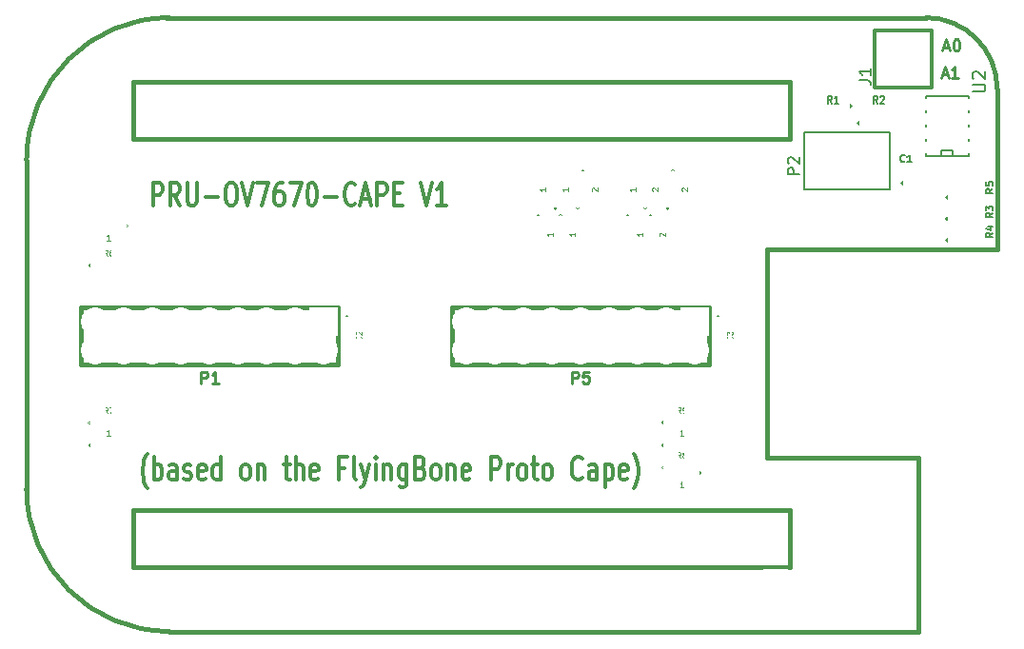
<source format=gto>
G04 (created by PCBNEW (25-Oct-2014 BZR 4029)-stable) date Sun 29 Mar 2015 05:09:11 PM EEST*
%MOIN*%
G04 Gerber Fmt 3.4, Leading zero omitted, Abs format*
%FSLAX34Y34*%
G01*
G70*
G90*
G04 APERTURE LIST*
%ADD10C,0.00590551*%
%ADD11C,0.012*%
%ADD12C,0.00985*%
%ADD13C,0.0099*%
%ADD14C,0.015*%
%ADD15C,0.008*%
%ADD16C,0.005*%
%ADD17C,0.0039*%
%ADD18C,0.006*%
%ADD19C,0.01*%
%ADD20C,0.0043*%
%ADD21R,0.08X0.08*%
%ADD22C,0.08*%
%ADD23R,0.065X0.04*%
%ADD24R,0.055X0.075*%
%ADD25C,0.2*%
%ADD26R,0.085X0.085*%
%ADD27C,0.0712*%
%ADD28R,0.1X0.1*%
%ADD29C,0.1*%
%ADD30R,0.075X0.055*%
G04 APERTURE END LIST*
G54D10*
G54D11*
X4231Y-16492D02*
X4202Y-16454D01*
X4145Y-16340D01*
X4117Y-16264D01*
X4088Y-16149D01*
X4059Y-15959D01*
X4059Y-15807D01*
X4088Y-15616D01*
X4117Y-15502D01*
X4145Y-15426D01*
X4202Y-15311D01*
X4231Y-15273D01*
X4459Y-16187D02*
X4459Y-15387D01*
X4459Y-15692D02*
X4517Y-15654D01*
X4631Y-15654D01*
X4688Y-15692D01*
X4717Y-15730D01*
X4745Y-15807D01*
X4745Y-16035D01*
X4717Y-16111D01*
X4688Y-16149D01*
X4631Y-16187D01*
X4517Y-16187D01*
X4459Y-16149D01*
X5259Y-16187D02*
X5259Y-15768D01*
X5231Y-15692D01*
X5174Y-15654D01*
X5059Y-15654D01*
X5002Y-15692D01*
X5259Y-16149D02*
X5202Y-16187D01*
X5059Y-16187D01*
X5002Y-16149D01*
X4974Y-16073D01*
X4974Y-15997D01*
X5002Y-15921D01*
X5059Y-15883D01*
X5202Y-15883D01*
X5259Y-15845D01*
X5517Y-16149D02*
X5574Y-16187D01*
X5688Y-16187D01*
X5745Y-16149D01*
X5774Y-16073D01*
X5774Y-16035D01*
X5745Y-15959D01*
X5688Y-15921D01*
X5602Y-15921D01*
X5545Y-15883D01*
X5517Y-15807D01*
X5517Y-15768D01*
X5545Y-15692D01*
X5602Y-15654D01*
X5688Y-15654D01*
X5745Y-15692D01*
X6259Y-16149D02*
X6202Y-16187D01*
X6088Y-16187D01*
X6031Y-16149D01*
X6002Y-16073D01*
X6002Y-15768D01*
X6031Y-15692D01*
X6088Y-15654D01*
X6202Y-15654D01*
X6259Y-15692D01*
X6288Y-15768D01*
X6288Y-15845D01*
X6002Y-15921D01*
X6802Y-16187D02*
X6802Y-15387D01*
X6802Y-16149D02*
X6745Y-16187D01*
X6631Y-16187D01*
X6574Y-16149D01*
X6545Y-16111D01*
X6517Y-16035D01*
X6517Y-15807D01*
X6545Y-15730D01*
X6574Y-15692D01*
X6631Y-15654D01*
X6745Y-15654D01*
X6802Y-15692D01*
X7631Y-16187D02*
X7574Y-16149D01*
X7545Y-16111D01*
X7517Y-16035D01*
X7517Y-15807D01*
X7545Y-15730D01*
X7574Y-15692D01*
X7631Y-15654D01*
X7717Y-15654D01*
X7774Y-15692D01*
X7802Y-15730D01*
X7831Y-15807D01*
X7831Y-16035D01*
X7802Y-16111D01*
X7774Y-16149D01*
X7717Y-16187D01*
X7631Y-16187D01*
X8088Y-15654D02*
X8088Y-16187D01*
X8088Y-15730D02*
X8117Y-15692D01*
X8174Y-15654D01*
X8259Y-15654D01*
X8317Y-15692D01*
X8345Y-15768D01*
X8345Y-16187D01*
X9002Y-15654D02*
X9231Y-15654D01*
X9088Y-15387D02*
X9088Y-16073D01*
X9117Y-16149D01*
X9174Y-16187D01*
X9231Y-16187D01*
X9431Y-16187D02*
X9431Y-15387D01*
X9688Y-16187D02*
X9688Y-15768D01*
X9659Y-15692D01*
X9602Y-15654D01*
X9517Y-15654D01*
X9459Y-15692D01*
X9431Y-15730D01*
X10202Y-16149D02*
X10145Y-16187D01*
X10031Y-16187D01*
X9974Y-16149D01*
X9945Y-16073D01*
X9945Y-15768D01*
X9974Y-15692D01*
X10031Y-15654D01*
X10145Y-15654D01*
X10202Y-15692D01*
X10231Y-15768D01*
X10231Y-15845D01*
X9945Y-15921D01*
X11145Y-15768D02*
X10945Y-15768D01*
X10945Y-16187D02*
X10945Y-15387D01*
X11231Y-15387D01*
X11545Y-16187D02*
X11488Y-16149D01*
X11459Y-16073D01*
X11459Y-15387D01*
X11717Y-15654D02*
X11859Y-16187D01*
X12002Y-15654D02*
X11859Y-16187D01*
X11802Y-16378D01*
X11774Y-16416D01*
X11717Y-16454D01*
X12231Y-16187D02*
X12231Y-15654D01*
X12231Y-15387D02*
X12202Y-15426D01*
X12231Y-15464D01*
X12259Y-15426D01*
X12231Y-15387D01*
X12231Y-15464D01*
X12517Y-15654D02*
X12517Y-16187D01*
X12517Y-15730D02*
X12545Y-15692D01*
X12602Y-15654D01*
X12688Y-15654D01*
X12745Y-15692D01*
X12774Y-15768D01*
X12774Y-16187D01*
X13317Y-15654D02*
X13317Y-16302D01*
X13288Y-16378D01*
X13259Y-16416D01*
X13202Y-16454D01*
X13117Y-16454D01*
X13059Y-16416D01*
X13317Y-16149D02*
X13259Y-16187D01*
X13145Y-16187D01*
X13088Y-16149D01*
X13059Y-16111D01*
X13031Y-16035D01*
X13031Y-15807D01*
X13059Y-15730D01*
X13088Y-15692D01*
X13145Y-15654D01*
X13259Y-15654D01*
X13317Y-15692D01*
X13802Y-15768D02*
X13888Y-15807D01*
X13917Y-15845D01*
X13945Y-15921D01*
X13945Y-16035D01*
X13917Y-16111D01*
X13888Y-16149D01*
X13831Y-16187D01*
X13602Y-16187D01*
X13602Y-15387D01*
X13802Y-15387D01*
X13859Y-15426D01*
X13888Y-15464D01*
X13917Y-15540D01*
X13917Y-15616D01*
X13888Y-15692D01*
X13859Y-15730D01*
X13802Y-15768D01*
X13602Y-15768D01*
X14288Y-16187D02*
X14231Y-16149D01*
X14202Y-16111D01*
X14174Y-16035D01*
X14174Y-15807D01*
X14202Y-15730D01*
X14231Y-15692D01*
X14288Y-15654D01*
X14374Y-15654D01*
X14431Y-15692D01*
X14459Y-15730D01*
X14488Y-15807D01*
X14488Y-16035D01*
X14459Y-16111D01*
X14431Y-16149D01*
X14374Y-16187D01*
X14288Y-16187D01*
X14745Y-15654D02*
X14745Y-16187D01*
X14745Y-15730D02*
X14774Y-15692D01*
X14831Y-15654D01*
X14917Y-15654D01*
X14974Y-15692D01*
X15002Y-15768D01*
X15002Y-16187D01*
X15517Y-16149D02*
X15459Y-16187D01*
X15345Y-16187D01*
X15288Y-16149D01*
X15259Y-16073D01*
X15259Y-15768D01*
X15288Y-15692D01*
X15345Y-15654D01*
X15459Y-15654D01*
X15517Y-15692D01*
X15545Y-15768D01*
X15545Y-15845D01*
X15259Y-15921D01*
X16259Y-16187D02*
X16259Y-15387D01*
X16488Y-15387D01*
X16545Y-15426D01*
X16574Y-15464D01*
X16602Y-15540D01*
X16602Y-15654D01*
X16574Y-15730D01*
X16545Y-15768D01*
X16488Y-15807D01*
X16259Y-15807D01*
X16859Y-16187D02*
X16859Y-15654D01*
X16859Y-15807D02*
X16888Y-15730D01*
X16917Y-15692D01*
X16974Y-15654D01*
X17031Y-15654D01*
X17317Y-16187D02*
X17259Y-16149D01*
X17231Y-16111D01*
X17202Y-16035D01*
X17202Y-15807D01*
X17231Y-15730D01*
X17259Y-15692D01*
X17317Y-15654D01*
X17402Y-15654D01*
X17459Y-15692D01*
X17488Y-15730D01*
X17517Y-15807D01*
X17517Y-16035D01*
X17488Y-16111D01*
X17459Y-16149D01*
X17402Y-16187D01*
X17317Y-16187D01*
X17688Y-15654D02*
X17917Y-15654D01*
X17774Y-15387D02*
X17774Y-16073D01*
X17802Y-16149D01*
X17859Y-16187D01*
X17917Y-16187D01*
X18202Y-16187D02*
X18145Y-16149D01*
X18117Y-16111D01*
X18088Y-16035D01*
X18088Y-15807D01*
X18117Y-15730D01*
X18145Y-15692D01*
X18202Y-15654D01*
X18288Y-15654D01*
X18345Y-15692D01*
X18374Y-15730D01*
X18402Y-15807D01*
X18402Y-16035D01*
X18374Y-16111D01*
X18345Y-16149D01*
X18288Y-16187D01*
X18202Y-16187D01*
X19459Y-16111D02*
X19431Y-16149D01*
X19345Y-16187D01*
X19288Y-16187D01*
X19202Y-16149D01*
X19145Y-16073D01*
X19117Y-15997D01*
X19088Y-15845D01*
X19088Y-15730D01*
X19117Y-15578D01*
X19145Y-15502D01*
X19202Y-15426D01*
X19288Y-15387D01*
X19345Y-15387D01*
X19431Y-15426D01*
X19459Y-15464D01*
X19974Y-16187D02*
X19974Y-15768D01*
X19945Y-15692D01*
X19888Y-15654D01*
X19774Y-15654D01*
X19717Y-15692D01*
X19974Y-16149D02*
X19917Y-16187D01*
X19774Y-16187D01*
X19717Y-16149D01*
X19688Y-16073D01*
X19688Y-15997D01*
X19717Y-15921D01*
X19774Y-15883D01*
X19917Y-15883D01*
X19974Y-15845D01*
X20259Y-15654D02*
X20259Y-16454D01*
X20259Y-15692D02*
X20317Y-15654D01*
X20431Y-15654D01*
X20488Y-15692D01*
X20517Y-15730D01*
X20545Y-15807D01*
X20545Y-16035D01*
X20517Y-16111D01*
X20488Y-16149D01*
X20431Y-16187D01*
X20317Y-16187D01*
X20259Y-16149D01*
X21031Y-16149D02*
X20974Y-16187D01*
X20859Y-16187D01*
X20802Y-16149D01*
X20774Y-16073D01*
X20774Y-15768D01*
X20802Y-15692D01*
X20859Y-15654D01*
X20974Y-15654D01*
X21031Y-15692D01*
X21059Y-15768D01*
X21059Y-15845D01*
X20774Y-15921D01*
X21259Y-16492D02*
X21288Y-16454D01*
X21345Y-16340D01*
X21374Y-16264D01*
X21402Y-16149D01*
X21431Y-15959D01*
X21431Y-15807D01*
X21402Y-15616D01*
X21374Y-15502D01*
X21345Y-15426D01*
X21288Y-15311D01*
X21259Y-15273D01*
X4428Y-6581D02*
X4428Y-5781D01*
X4656Y-5781D01*
X4713Y-5819D01*
X4742Y-5857D01*
X4770Y-5934D01*
X4770Y-6048D01*
X4742Y-6124D01*
X4713Y-6162D01*
X4656Y-6200D01*
X4428Y-6200D01*
X5370Y-6581D02*
X5170Y-6200D01*
X5028Y-6581D02*
X5028Y-5781D01*
X5256Y-5781D01*
X5313Y-5819D01*
X5342Y-5857D01*
X5370Y-5934D01*
X5370Y-6048D01*
X5342Y-6124D01*
X5313Y-6162D01*
X5256Y-6200D01*
X5028Y-6200D01*
X5628Y-5781D02*
X5628Y-6429D01*
X5656Y-6505D01*
X5685Y-6543D01*
X5742Y-6581D01*
X5856Y-6581D01*
X5913Y-6543D01*
X5942Y-6505D01*
X5970Y-6429D01*
X5970Y-5781D01*
X6256Y-6276D02*
X6713Y-6276D01*
X7113Y-5781D02*
X7228Y-5781D01*
X7285Y-5819D01*
X7342Y-5895D01*
X7370Y-6048D01*
X7370Y-6315D01*
X7342Y-6467D01*
X7285Y-6543D01*
X7228Y-6581D01*
X7113Y-6581D01*
X7056Y-6543D01*
X6999Y-6467D01*
X6970Y-6315D01*
X6970Y-6048D01*
X6999Y-5895D01*
X7056Y-5819D01*
X7113Y-5781D01*
X7542Y-5781D02*
X7742Y-6581D01*
X7942Y-5781D01*
X8085Y-5781D02*
X8485Y-5781D01*
X8228Y-6581D01*
X8970Y-5781D02*
X8856Y-5781D01*
X8799Y-5819D01*
X8770Y-5857D01*
X8713Y-5972D01*
X8685Y-6124D01*
X8685Y-6429D01*
X8713Y-6505D01*
X8742Y-6543D01*
X8799Y-6581D01*
X8913Y-6581D01*
X8970Y-6543D01*
X8999Y-6505D01*
X9028Y-6429D01*
X9028Y-6238D01*
X8999Y-6162D01*
X8970Y-6124D01*
X8913Y-6086D01*
X8799Y-6086D01*
X8742Y-6124D01*
X8713Y-6162D01*
X8685Y-6238D01*
X9228Y-5781D02*
X9628Y-5781D01*
X9370Y-6581D01*
X9970Y-5781D02*
X10028Y-5781D01*
X10085Y-5819D01*
X10113Y-5857D01*
X10142Y-5934D01*
X10170Y-6086D01*
X10170Y-6276D01*
X10142Y-6429D01*
X10113Y-6505D01*
X10085Y-6543D01*
X10028Y-6581D01*
X9970Y-6581D01*
X9913Y-6543D01*
X9885Y-6505D01*
X9856Y-6429D01*
X9828Y-6276D01*
X9828Y-6086D01*
X9856Y-5934D01*
X9885Y-5857D01*
X9913Y-5819D01*
X9970Y-5781D01*
X10428Y-6276D02*
X10885Y-6276D01*
X11513Y-6505D02*
X11485Y-6543D01*
X11399Y-6581D01*
X11342Y-6581D01*
X11256Y-6543D01*
X11199Y-6467D01*
X11170Y-6391D01*
X11142Y-6238D01*
X11142Y-6124D01*
X11170Y-5972D01*
X11199Y-5895D01*
X11256Y-5819D01*
X11342Y-5781D01*
X11399Y-5781D01*
X11485Y-5819D01*
X11513Y-5857D01*
X11742Y-6353D02*
X12028Y-6353D01*
X11685Y-6581D02*
X11885Y-5781D01*
X12085Y-6581D01*
X12285Y-6581D02*
X12285Y-5781D01*
X12513Y-5781D01*
X12570Y-5819D01*
X12599Y-5857D01*
X12628Y-5934D01*
X12628Y-6048D01*
X12599Y-6124D01*
X12570Y-6162D01*
X12513Y-6200D01*
X12285Y-6200D01*
X12885Y-6162D02*
X13085Y-6162D01*
X13170Y-6581D02*
X12885Y-6581D01*
X12885Y-5781D01*
X13170Y-5781D01*
X13799Y-5781D02*
X13999Y-6581D01*
X14199Y-5781D01*
X14713Y-6581D02*
X14370Y-6581D01*
X14542Y-6581D02*
X14542Y-5781D01*
X14485Y-5895D01*
X14428Y-5972D01*
X14370Y-6010D01*
G54D12*
X32068Y-1996D02*
X32256Y-1996D01*
X32031Y-2109D02*
X32162Y-1715D01*
X32293Y-2109D01*
X32631Y-2109D02*
X32406Y-2109D01*
X32518Y-2109D02*
X32518Y-1715D01*
X32481Y-1771D01*
X32443Y-1809D01*
X32406Y-1828D01*
G54D13*
G54D12*
X32114Y-1046D02*
X32304Y-1046D01*
X32076Y-1159D02*
X32209Y-765D01*
X32342Y-1159D01*
X32552Y-765D02*
X32590Y-765D01*
X32628Y-784D01*
X32647Y-803D01*
X32666Y-840D01*
X32685Y-915D01*
X32685Y-1009D01*
X32666Y-1084D01*
X32647Y-1121D01*
X32628Y-1140D01*
X32590Y-1159D01*
X32552Y-1159D01*
X32514Y-1140D01*
X32495Y-1121D01*
X32476Y-1084D01*
X32457Y-1009D01*
X32457Y-915D01*
X32476Y-840D01*
X32495Y-803D01*
X32514Y-784D01*
X32552Y-765D01*
G54D13*
G54D14*
X29174Y0D02*
X5262Y0D01*
X9200Y-21500D02*
X9250Y-21500D01*
X5066Y-21500D02*
X28651Y-21500D01*
X31250Y-15400D02*
X25950Y-15400D01*
X31250Y-21500D02*
X28500Y-21500D01*
X31250Y-21500D02*
X31250Y-15450D01*
X5250Y0D02*
X4900Y0D01*
X25200Y0D02*
X27250Y0D01*
X27250Y-21500D02*
X25250Y-21500D01*
X5000Y-21500D02*
X5250Y-21500D01*
X27250Y-21500D02*
X28500Y-21500D01*
X27250Y0D02*
X28500Y0D01*
X25950Y-8100D02*
X25950Y-15400D01*
X34000Y-8100D02*
X25950Y-8100D01*
X34000Y-7900D02*
X34000Y-8100D01*
X28400Y0D02*
X31500Y0D01*
X0Y-5000D02*
X0Y-16500D01*
X34000Y-2500D02*
X34000Y-7950D01*
X34000Y-2500D02*
G75*
G03X31500Y0I-2500J0D01*
G74*
G01*
X0Y-16500D02*
G75*
G03X5000Y-21500I5000J0D01*
G74*
G01*
X5000Y0D02*
G75*
G03X0Y-5000I0J-5000D01*
G74*
G01*
X3750Y-4250D02*
X3750Y-2250D01*
X3750Y-2250D02*
X6850Y-2250D01*
X6750Y-4250D02*
X3750Y-4250D01*
X6750Y-2250D02*
X26750Y-2250D01*
X6750Y-4250D02*
X26750Y-4250D01*
X26750Y-4250D02*
X26750Y-2250D01*
X3750Y-19250D02*
X3750Y-17250D01*
X3750Y-17250D02*
X6850Y-17250D01*
X6750Y-19250D02*
X3750Y-19250D01*
X6750Y-17250D02*
X26750Y-17250D01*
X6750Y-19250D02*
X26750Y-19250D01*
X26750Y-19250D02*
X26750Y-17250D01*
G54D15*
X27250Y-4000D02*
X30250Y-4000D01*
X30250Y-6000D02*
X27250Y-6000D01*
X27250Y-6000D02*
X27250Y-4000D01*
X30250Y-4000D02*
X30250Y-6000D01*
G54D16*
X32950Y-4850D02*
X33000Y-4850D01*
X33000Y-4850D02*
X33000Y-2750D01*
X31500Y-2750D02*
X31500Y-4850D01*
X31500Y-4850D02*
X32950Y-4850D01*
X32050Y-4850D02*
X32050Y-4650D01*
X32050Y-4650D02*
X32450Y-4650D01*
X32450Y-4650D02*
X32450Y-4850D01*
X31500Y-2750D02*
X33000Y-2750D01*
X30750Y-5800D02*
G75*
G03X30750Y-5800I-50J0D01*
G74*
G01*
X31150Y-5800D02*
X30750Y-5800D01*
X30750Y-5800D02*
X30750Y-5200D01*
X30750Y-5200D02*
X31150Y-5200D01*
X31550Y-5200D02*
X31950Y-5200D01*
X31950Y-5200D02*
X31950Y-5800D01*
X31950Y-5800D02*
X31550Y-5800D01*
X28900Y-3100D02*
G75*
G03X28900Y-3100I-50J0D01*
G74*
G01*
X28400Y-3100D02*
X28800Y-3100D01*
X28800Y-3100D02*
X28800Y-3700D01*
X28800Y-3700D02*
X28400Y-3700D01*
X28000Y-3700D02*
X27600Y-3700D01*
X27600Y-3700D02*
X27600Y-3100D01*
X27600Y-3100D02*
X28000Y-3100D01*
X29200Y-3700D02*
G75*
G03X29200Y-3700I-50J0D01*
G74*
G01*
X29600Y-3700D02*
X29200Y-3700D01*
X29200Y-3700D02*
X29200Y-3100D01*
X29200Y-3100D02*
X29600Y-3100D01*
X30000Y-3100D02*
X30400Y-3100D01*
X30400Y-3100D02*
X30400Y-3700D01*
X30400Y-3700D02*
X30000Y-3700D01*
X32300Y-7050D02*
G75*
G03X32300Y-7050I-50J0D01*
G74*
G01*
X32700Y-7050D02*
X32300Y-7050D01*
X32300Y-7050D02*
X32300Y-6450D01*
X32300Y-6450D02*
X32700Y-6450D01*
X33100Y-6450D02*
X33500Y-6450D01*
X33500Y-6450D02*
X33500Y-7050D01*
X33500Y-7050D02*
X33100Y-7050D01*
X32300Y-7800D02*
G75*
G03X32300Y-7800I-50J0D01*
G74*
G01*
X32700Y-7800D02*
X32300Y-7800D01*
X32300Y-7800D02*
X32300Y-7200D01*
X32300Y-7200D02*
X32700Y-7200D01*
X33100Y-7200D02*
X33500Y-7200D01*
X33500Y-7200D02*
X33500Y-7800D01*
X33500Y-7800D02*
X33100Y-7800D01*
X32300Y-6300D02*
G75*
G03X32300Y-6300I-50J0D01*
G74*
G01*
X32700Y-6300D02*
X32300Y-6300D01*
X32300Y-6300D02*
X32300Y-5700D01*
X32300Y-5700D02*
X32700Y-5700D01*
X33100Y-5700D02*
X33500Y-5700D01*
X33500Y-5700D02*
X33500Y-6300D01*
X33500Y-6300D02*
X33100Y-6300D01*
G54D11*
X29700Y-2450D02*
X29700Y-450D01*
X29700Y-450D02*
X31700Y-450D01*
X31700Y-450D02*
X31700Y-2450D01*
X31700Y-2450D02*
X29700Y-2450D01*
G54D14*
X5000Y-21500D02*
X31250Y-21500D01*
X31250Y-15400D02*
X25950Y-15400D01*
X31250Y-21500D02*
X31250Y-15400D01*
X34000Y-8100D02*
X34000Y-3000D01*
X34000Y-8100D02*
X25950Y-8100D01*
X25950Y-8100D02*
X25950Y-15400D01*
X34000Y-2500D02*
X34000Y-3000D01*
X5000Y0D02*
X31500Y0D01*
X0Y-5000D02*
X0Y-16500D01*
X5000Y0D02*
G75*
G03X0Y-5000I0J-5000D01*
G74*
G01*
X0Y-16500D02*
G75*
G03X5000Y-21500I5000J0D01*
G74*
G01*
X34000Y-2500D02*
G75*
G03X31500Y0I-2500J0D01*
G74*
G01*
X10907Y-10139D02*
X1907Y-10139D01*
X1907Y-12139D02*
X10907Y-12139D01*
X10907Y-12139D02*
X10907Y-10139D01*
X1907Y-10139D02*
X1907Y-12139D01*
X23899Y-10139D02*
X14899Y-10139D01*
X14899Y-12139D02*
X23899Y-12139D01*
X23899Y-12139D02*
X23899Y-10139D01*
X14899Y-10139D02*
X14899Y-12139D01*
G54D17*
X2263Y-14195D02*
G75*
G03X2263Y-14195I-50J0D01*
G74*
G01*
X2663Y-14195D02*
X2263Y-14195D01*
X2263Y-14195D02*
X2263Y-13595D01*
X2263Y-13595D02*
X2663Y-13595D01*
X3063Y-13595D02*
X3463Y-13595D01*
X3463Y-13595D02*
X3463Y-14195D01*
X3463Y-14195D02*
X3063Y-14195D01*
X2263Y-8683D02*
G75*
G03X2263Y-8683I-50J0D01*
G74*
G01*
X2663Y-8683D02*
X2263Y-8683D01*
X2263Y-8683D02*
X2263Y-8083D01*
X2263Y-8083D02*
X2663Y-8083D01*
X3063Y-8083D02*
X3463Y-8083D01*
X3463Y-8083D02*
X3463Y-8683D01*
X3463Y-8683D02*
X3063Y-8683D01*
X22342Y-15770D02*
G75*
G03X22342Y-15770I-50J0D01*
G74*
G01*
X22742Y-15770D02*
X22342Y-15770D01*
X22342Y-15770D02*
X22342Y-15170D01*
X22342Y-15170D02*
X22742Y-15170D01*
X23142Y-15170D02*
X23542Y-15170D01*
X23542Y-15170D02*
X23542Y-15770D01*
X23542Y-15770D02*
X23142Y-15770D01*
X22342Y-14195D02*
G75*
G03X22342Y-14195I-50J0D01*
G74*
G01*
X22742Y-14195D02*
X22342Y-14195D01*
X22342Y-14195D02*
X22342Y-13595D01*
X22342Y-13595D02*
X22742Y-13595D01*
X23142Y-13595D02*
X23542Y-13595D01*
X23542Y-13595D02*
X23542Y-14195D01*
X23542Y-14195D02*
X23142Y-14195D01*
X3563Y-7296D02*
G75*
G03X3563Y-7296I-50J0D01*
G74*
G01*
X3063Y-7296D02*
X3463Y-7296D01*
X3463Y-7296D02*
X3463Y-7896D01*
X3463Y-7896D02*
X3063Y-7896D01*
X2663Y-7896D02*
X2263Y-7896D01*
X2263Y-7896D02*
X2263Y-7296D01*
X2263Y-7296D02*
X2663Y-7296D01*
X2263Y-14983D02*
G75*
G03X2263Y-14983I-50J0D01*
G74*
G01*
X2663Y-14983D02*
X2263Y-14983D01*
X2263Y-14983D02*
X2263Y-14383D01*
X2263Y-14383D02*
X2663Y-14383D01*
X3063Y-14383D02*
X3463Y-14383D01*
X3463Y-14383D02*
X3463Y-14983D01*
X3463Y-14983D02*
X3063Y-14983D01*
X23642Y-15957D02*
G75*
G03X23642Y-15957I-50J0D01*
G74*
G01*
X23142Y-15957D02*
X23542Y-15957D01*
X23542Y-15957D02*
X23542Y-16557D01*
X23542Y-16557D02*
X23142Y-16557D01*
X22742Y-16557D02*
X22342Y-16557D01*
X22342Y-16557D02*
X22342Y-15957D01*
X22342Y-15957D02*
X22742Y-15957D01*
X22342Y-14983D02*
G75*
G03X22342Y-14983I-50J0D01*
G74*
G01*
X22742Y-14983D02*
X22342Y-14983D01*
X22342Y-14983D02*
X22342Y-14383D01*
X22342Y-14383D02*
X22742Y-14383D01*
X23142Y-14383D02*
X23542Y-14383D01*
X23542Y-14383D02*
X23542Y-14983D01*
X23542Y-14983D02*
X23142Y-14983D01*
X21905Y-6946D02*
G75*
G03X21905Y-6946I-50J0D01*
G74*
G01*
X21855Y-7396D02*
X21855Y-6996D01*
X21855Y-6996D02*
X22455Y-6996D01*
X22455Y-6996D02*
X22455Y-7396D01*
X22455Y-7796D02*
X22455Y-8196D01*
X22455Y-8196D02*
X21855Y-8196D01*
X21855Y-8196D02*
X21855Y-7796D01*
X22505Y-6671D02*
G75*
G03X22505Y-6671I-50J0D01*
G74*
G01*
X22455Y-6221D02*
X22455Y-6621D01*
X22455Y-6621D02*
X21855Y-6621D01*
X21855Y-6621D02*
X21855Y-6221D01*
X21855Y-5821D02*
X21855Y-5421D01*
X21855Y-5421D02*
X22455Y-5421D01*
X22455Y-5421D02*
X22455Y-5821D01*
X19355Y-6671D02*
G75*
G03X19355Y-6671I-50J0D01*
G74*
G01*
X19305Y-6221D02*
X19305Y-6621D01*
X19305Y-6621D02*
X18705Y-6621D01*
X18705Y-6621D02*
X18705Y-6221D01*
X18705Y-5821D02*
X18705Y-5421D01*
X18705Y-5421D02*
X19305Y-5421D01*
X19305Y-5421D02*
X19305Y-5821D01*
X18755Y-6946D02*
G75*
G03X18755Y-6946I-50J0D01*
G74*
G01*
X18705Y-7396D02*
X18705Y-6996D01*
X18705Y-6996D02*
X19305Y-6996D01*
X19305Y-6996D02*
X19305Y-7396D01*
X19305Y-7796D02*
X19305Y-8196D01*
X19305Y-8196D02*
X18705Y-8196D01*
X18705Y-8196D02*
X18705Y-7796D01*
X21717Y-6671D02*
G75*
G03X21717Y-6671I-50J0D01*
G74*
G01*
X21667Y-6221D02*
X21667Y-6621D01*
X21667Y-6621D02*
X21067Y-6621D01*
X21067Y-6621D02*
X21067Y-6221D01*
X21067Y-5821D02*
X21067Y-5421D01*
X21067Y-5421D02*
X21667Y-5421D01*
X21667Y-5421D02*
X21667Y-5821D01*
X21117Y-6946D02*
G75*
G03X21117Y-6946I-50J0D01*
G74*
G01*
X21067Y-7396D02*
X21067Y-6996D01*
X21067Y-6996D02*
X21667Y-6996D01*
X21667Y-6996D02*
X21667Y-7396D01*
X21667Y-7796D02*
X21667Y-8196D01*
X21667Y-8196D02*
X21067Y-8196D01*
X21067Y-8196D02*
X21067Y-7796D01*
X17968Y-6946D02*
G75*
G03X17968Y-6946I-50J0D01*
G74*
G01*
X17918Y-7396D02*
X17918Y-6996D01*
X17918Y-6996D02*
X18518Y-6996D01*
X18518Y-6996D02*
X18518Y-7396D01*
X18518Y-7796D02*
X18518Y-8196D01*
X18518Y-8196D02*
X17918Y-8196D01*
X17918Y-8196D02*
X17918Y-7796D01*
X18568Y-6671D02*
G75*
G03X18568Y-6671I-50J0D01*
G74*
G01*
X18518Y-6221D02*
X18518Y-6621D01*
X18518Y-6621D02*
X17918Y-6621D01*
X17918Y-6621D02*
X17918Y-6221D01*
X17918Y-5821D02*
X17918Y-5421D01*
X17918Y-5421D02*
X18518Y-5421D01*
X18518Y-5421D02*
X18518Y-5821D01*
X11275Y-10489D02*
G75*
G03X11275Y-10489I-50J0D01*
G74*
G01*
X11225Y-10939D02*
X11225Y-10539D01*
X11225Y-10539D02*
X11825Y-10539D01*
X11825Y-10539D02*
X11825Y-10939D01*
X11825Y-11339D02*
X11825Y-11739D01*
X11825Y-11739D02*
X11225Y-11739D01*
X11225Y-11739D02*
X11225Y-11339D01*
X24267Y-10489D02*
G75*
G03X24267Y-10489I-50J0D01*
G74*
G01*
X24217Y-10939D02*
X24217Y-10539D01*
X24217Y-10539D02*
X24817Y-10539D01*
X24817Y-10539D02*
X24817Y-10939D01*
X24817Y-11339D02*
X24817Y-11739D01*
X24817Y-11739D02*
X24217Y-11739D01*
X24217Y-11739D02*
X24217Y-11339D01*
X19542Y-5371D02*
G75*
G03X19542Y-5371I-50J0D01*
G74*
G01*
X19492Y-5821D02*
X19492Y-5421D01*
X19492Y-5421D02*
X20092Y-5421D01*
X20092Y-5421D02*
X20092Y-5821D01*
X20092Y-6221D02*
X20092Y-6621D01*
X20092Y-6621D02*
X19492Y-6621D01*
X19492Y-6621D02*
X19492Y-6221D01*
X22692Y-5371D02*
G75*
G03X22692Y-5371I-50J0D01*
G74*
G01*
X22642Y-5821D02*
X22642Y-5421D01*
X22642Y-5421D02*
X23242Y-5421D01*
X23242Y-5421D02*
X23242Y-5821D01*
X23242Y-6221D02*
X23242Y-6621D01*
X23242Y-6621D02*
X22642Y-6621D01*
X22642Y-6621D02*
X22642Y-6221D01*
G54D15*
X27061Y-5495D02*
X26661Y-5495D01*
X26661Y-5342D01*
X26680Y-5304D01*
X26700Y-5285D01*
X26738Y-5266D01*
X26795Y-5266D01*
X26833Y-5285D01*
X26852Y-5304D01*
X26871Y-5342D01*
X26871Y-5495D01*
X26700Y-5114D02*
X26680Y-5095D01*
X26661Y-5057D01*
X26661Y-4961D01*
X26680Y-4923D01*
X26700Y-4904D01*
X26738Y-4885D01*
X26776Y-4885D01*
X26833Y-4904D01*
X27061Y-5133D01*
X27061Y-4885D01*
G54D18*
X33132Y-2592D02*
X33496Y-2592D01*
X33539Y-2571D01*
X33560Y-2550D01*
X33582Y-2507D01*
X33582Y-2421D01*
X33560Y-2378D01*
X33539Y-2357D01*
X33496Y-2335D01*
X33132Y-2335D01*
X33175Y-2142D02*
X33153Y-2121D01*
X33132Y-2078D01*
X33132Y-1971D01*
X33153Y-1928D01*
X33175Y-1907D01*
X33217Y-1885D01*
X33260Y-1885D01*
X33325Y-1907D01*
X33582Y-2164D01*
X33582Y-1885D01*
G54D16*
X30758Y-5027D02*
X30746Y-5039D01*
X30710Y-5051D01*
X30686Y-5051D01*
X30651Y-5039D01*
X30627Y-5015D01*
X30615Y-4991D01*
X30603Y-4944D01*
X30603Y-4908D01*
X30615Y-4860D01*
X30627Y-4836D01*
X30651Y-4813D01*
X30686Y-4801D01*
X30710Y-4801D01*
X30746Y-4813D01*
X30758Y-4825D01*
X30996Y-5051D02*
X30853Y-5051D01*
X30925Y-5051D02*
X30925Y-4801D01*
X30901Y-4836D01*
X30877Y-4860D01*
X30853Y-4872D01*
X28208Y-3001D02*
X28125Y-2882D01*
X28065Y-3001D02*
X28065Y-2751D01*
X28160Y-2751D01*
X28184Y-2763D01*
X28196Y-2775D01*
X28208Y-2798D01*
X28208Y-2834D01*
X28196Y-2858D01*
X28184Y-2870D01*
X28160Y-2882D01*
X28065Y-2882D01*
X28446Y-3001D02*
X28303Y-3001D01*
X28375Y-3001D02*
X28375Y-2751D01*
X28351Y-2786D01*
X28327Y-2810D01*
X28303Y-2822D01*
X29808Y-3001D02*
X29725Y-2882D01*
X29665Y-3001D02*
X29665Y-2751D01*
X29760Y-2751D01*
X29784Y-2763D01*
X29796Y-2775D01*
X29808Y-2798D01*
X29808Y-2834D01*
X29796Y-2858D01*
X29784Y-2870D01*
X29760Y-2882D01*
X29665Y-2882D01*
X29903Y-2775D02*
X29915Y-2763D01*
X29939Y-2751D01*
X29998Y-2751D01*
X30022Y-2763D01*
X30034Y-2775D01*
X30046Y-2798D01*
X30046Y-2822D01*
X30034Y-2858D01*
X29891Y-3001D01*
X30046Y-3001D01*
X33851Y-6841D02*
X33732Y-6925D01*
X33851Y-6984D02*
X33601Y-6984D01*
X33601Y-6889D01*
X33613Y-6865D01*
X33625Y-6853D01*
X33648Y-6841D01*
X33684Y-6841D01*
X33708Y-6853D01*
X33720Y-6865D01*
X33732Y-6889D01*
X33732Y-6984D01*
X33601Y-6758D02*
X33601Y-6603D01*
X33696Y-6686D01*
X33696Y-6651D01*
X33708Y-6627D01*
X33720Y-6615D01*
X33744Y-6603D01*
X33803Y-6603D01*
X33827Y-6615D01*
X33839Y-6627D01*
X33851Y-6651D01*
X33851Y-6722D01*
X33839Y-6746D01*
X33827Y-6758D01*
X33851Y-7541D02*
X33732Y-7625D01*
X33851Y-7684D02*
X33601Y-7684D01*
X33601Y-7589D01*
X33613Y-7565D01*
X33625Y-7553D01*
X33648Y-7541D01*
X33684Y-7541D01*
X33708Y-7553D01*
X33720Y-7565D01*
X33732Y-7589D01*
X33732Y-7684D01*
X33684Y-7327D02*
X33851Y-7327D01*
X33589Y-7386D02*
X33767Y-7446D01*
X33767Y-7291D01*
X33851Y-5991D02*
X33732Y-6075D01*
X33851Y-6134D02*
X33601Y-6134D01*
X33601Y-6039D01*
X33613Y-6015D01*
X33625Y-6003D01*
X33648Y-5991D01*
X33684Y-5991D01*
X33708Y-6003D01*
X33720Y-6015D01*
X33732Y-6039D01*
X33732Y-6134D01*
X33601Y-5765D02*
X33601Y-5884D01*
X33720Y-5896D01*
X33708Y-5884D01*
X33696Y-5860D01*
X33696Y-5801D01*
X33708Y-5777D01*
X33720Y-5765D01*
X33744Y-5753D01*
X33803Y-5753D01*
X33827Y-5765D01*
X33839Y-5777D01*
X33851Y-5801D01*
X33851Y-5860D01*
X33839Y-5884D01*
X33827Y-5896D01*
G54D15*
X29161Y-2183D02*
X29447Y-2183D01*
X29504Y-2202D01*
X29542Y-2240D01*
X29561Y-2297D01*
X29561Y-2335D01*
X29561Y-1783D02*
X29561Y-2011D01*
X29561Y-1897D02*
X29161Y-1897D01*
X29219Y-1935D01*
X29257Y-1973D01*
X29276Y-2011D01*
G54D19*
X6111Y-12801D02*
X6111Y-12401D01*
X6264Y-12401D01*
X6302Y-12420D01*
X6321Y-12439D01*
X6340Y-12477D01*
X6340Y-12535D01*
X6321Y-12573D01*
X6302Y-12592D01*
X6264Y-12611D01*
X6111Y-12611D01*
X6721Y-12801D02*
X6492Y-12801D01*
X6607Y-12801D02*
X6607Y-12401D01*
X6568Y-12458D01*
X6530Y-12496D01*
X6492Y-12515D01*
X19103Y-12801D02*
X19103Y-12401D01*
X19256Y-12401D01*
X19294Y-12420D01*
X19313Y-12439D01*
X19332Y-12477D01*
X19332Y-12535D01*
X19313Y-12573D01*
X19294Y-12592D01*
X19256Y-12611D01*
X19103Y-12611D01*
X19694Y-12401D02*
X19503Y-12401D01*
X19484Y-12592D01*
X19503Y-12573D01*
X19542Y-12554D01*
X19637Y-12554D01*
X19675Y-12573D01*
X19694Y-12592D01*
X19713Y-12630D01*
X19713Y-12725D01*
X19694Y-12763D01*
X19675Y-12782D01*
X19637Y-12801D01*
X19542Y-12801D01*
X19503Y-12782D01*
X19484Y-12763D01*
G54D20*
X2830Y-13850D02*
X2765Y-13756D01*
X2718Y-13850D02*
X2718Y-13653D01*
X2793Y-13653D01*
X2812Y-13662D01*
X2821Y-13672D01*
X2830Y-13690D01*
X2830Y-13719D01*
X2821Y-13737D01*
X2812Y-13747D01*
X2793Y-13756D01*
X2718Y-13756D01*
X2896Y-13653D02*
X3027Y-13653D01*
X2943Y-13850D01*
X2830Y-8338D02*
X2765Y-8244D01*
X2718Y-8338D02*
X2718Y-8141D01*
X2793Y-8141D01*
X2812Y-8150D01*
X2821Y-8160D01*
X2830Y-8179D01*
X2830Y-8207D01*
X2821Y-8226D01*
X2812Y-8235D01*
X2793Y-8244D01*
X2718Y-8244D01*
X2999Y-8141D02*
X2962Y-8141D01*
X2943Y-8150D01*
X2934Y-8160D01*
X2915Y-8188D01*
X2905Y-8226D01*
X2905Y-8301D01*
X2915Y-8319D01*
X2924Y-8329D01*
X2943Y-8338D01*
X2981Y-8338D01*
X2999Y-8329D01*
X3009Y-8319D01*
X3018Y-8301D01*
X3018Y-8254D01*
X3009Y-8235D01*
X2999Y-8226D01*
X2981Y-8216D01*
X2943Y-8216D01*
X2924Y-8226D01*
X2915Y-8235D01*
X2905Y-8254D01*
X22909Y-15425D02*
X22844Y-15331D01*
X22797Y-15425D02*
X22797Y-15228D01*
X22872Y-15228D01*
X22890Y-15237D01*
X22900Y-15246D01*
X22909Y-15265D01*
X22909Y-15293D01*
X22900Y-15312D01*
X22890Y-15322D01*
X22872Y-15331D01*
X22797Y-15331D01*
X23022Y-15312D02*
X23003Y-15303D01*
X22994Y-15293D01*
X22984Y-15275D01*
X22984Y-15265D01*
X22994Y-15246D01*
X23003Y-15237D01*
X23022Y-15228D01*
X23059Y-15228D01*
X23078Y-15237D01*
X23087Y-15246D01*
X23097Y-15265D01*
X23097Y-15275D01*
X23087Y-15293D01*
X23078Y-15303D01*
X23059Y-15312D01*
X23022Y-15312D01*
X23003Y-15322D01*
X22994Y-15331D01*
X22984Y-15350D01*
X22984Y-15387D01*
X22994Y-15406D01*
X23003Y-15415D01*
X23022Y-15425D01*
X23059Y-15425D01*
X23078Y-15415D01*
X23087Y-15406D01*
X23097Y-15387D01*
X23097Y-15350D01*
X23087Y-15331D01*
X23078Y-15322D01*
X23059Y-15312D01*
X22909Y-13850D02*
X22844Y-13756D01*
X22797Y-13850D02*
X22797Y-13653D01*
X22872Y-13653D01*
X22890Y-13662D01*
X22900Y-13672D01*
X22909Y-13690D01*
X22909Y-13719D01*
X22900Y-13737D01*
X22890Y-13747D01*
X22872Y-13756D01*
X22797Y-13756D01*
X23003Y-13850D02*
X23041Y-13850D01*
X23059Y-13841D01*
X23069Y-13831D01*
X23087Y-13803D01*
X23097Y-13765D01*
X23097Y-13690D01*
X23087Y-13672D01*
X23078Y-13662D01*
X23059Y-13653D01*
X23022Y-13653D01*
X23003Y-13662D01*
X22994Y-13672D01*
X22984Y-13690D01*
X22984Y-13737D01*
X22994Y-13756D01*
X23003Y-13765D01*
X23022Y-13775D01*
X23059Y-13775D01*
X23078Y-13765D01*
X23087Y-13756D01*
X23097Y-13737D01*
X2737Y-7801D02*
X2671Y-7707D01*
X2624Y-7801D02*
X2624Y-7604D01*
X2699Y-7604D01*
X2718Y-7613D01*
X2727Y-7622D01*
X2737Y-7641D01*
X2737Y-7669D01*
X2727Y-7688D01*
X2718Y-7698D01*
X2699Y-7707D01*
X2624Y-7707D01*
X2924Y-7801D02*
X2812Y-7801D01*
X2868Y-7801D02*
X2868Y-7604D01*
X2849Y-7632D01*
X2830Y-7651D01*
X2812Y-7660D01*
X3046Y-7604D02*
X3065Y-7604D01*
X3084Y-7613D01*
X3093Y-7622D01*
X3102Y-7641D01*
X3112Y-7679D01*
X3112Y-7726D01*
X3102Y-7763D01*
X3093Y-7782D01*
X3084Y-7791D01*
X3065Y-7801D01*
X3046Y-7801D01*
X3027Y-7791D01*
X3018Y-7782D01*
X3009Y-7763D01*
X2999Y-7726D01*
X2999Y-7679D01*
X3009Y-7641D01*
X3018Y-7622D01*
X3027Y-7613D01*
X3046Y-7604D01*
X2737Y-14637D02*
X2671Y-14543D01*
X2624Y-14637D02*
X2624Y-14440D01*
X2699Y-14440D01*
X2718Y-14450D01*
X2727Y-14459D01*
X2737Y-14478D01*
X2737Y-14506D01*
X2727Y-14525D01*
X2718Y-14534D01*
X2699Y-14543D01*
X2624Y-14543D01*
X2924Y-14637D02*
X2812Y-14637D01*
X2868Y-14637D02*
X2868Y-14440D01*
X2849Y-14468D01*
X2830Y-14487D01*
X2812Y-14497D01*
X3112Y-14637D02*
X2999Y-14637D01*
X3056Y-14637D02*
X3056Y-14440D01*
X3037Y-14468D01*
X3018Y-14487D01*
X2999Y-14497D01*
X22815Y-16462D02*
X22750Y-16368D01*
X22703Y-16462D02*
X22703Y-16265D01*
X22778Y-16265D01*
X22797Y-16274D01*
X22806Y-16284D01*
X22815Y-16303D01*
X22815Y-16331D01*
X22806Y-16350D01*
X22797Y-16359D01*
X22778Y-16368D01*
X22703Y-16368D01*
X23003Y-16462D02*
X22890Y-16462D01*
X22947Y-16462D02*
X22947Y-16265D01*
X22928Y-16293D01*
X22909Y-16312D01*
X22890Y-16321D01*
X23078Y-16284D02*
X23087Y-16274D01*
X23106Y-16265D01*
X23153Y-16265D01*
X23172Y-16274D01*
X23181Y-16284D01*
X23191Y-16303D01*
X23191Y-16321D01*
X23181Y-16350D01*
X23069Y-16462D01*
X23191Y-16462D01*
X22815Y-14637D02*
X22750Y-14543D01*
X22703Y-14637D02*
X22703Y-14440D01*
X22778Y-14440D01*
X22797Y-14450D01*
X22806Y-14459D01*
X22815Y-14478D01*
X22815Y-14506D01*
X22806Y-14525D01*
X22797Y-14534D01*
X22778Y-14543D01*
X22703Y-14543D01*
X23003Y-14637D02*
X22890Y-14637D01*
X22947Y-14637D02*
X22947Y-14440D01*
X22928Y-14468D01*
X22909Y-14487D01*
X22890Y-14497D01*
X23069Y-14440D02*
X23191Y-14440D01*
X23125Y-14515D01*
X23153Y-14515D01*
X23172Y-14525D01*
X23181Y-14534D01*
X23191Y-14553D01*
X23191Y-14600D01*
X23181Y-14619D01*
X23172Y-14628D01*
X23153Y-14637D01*
X23097Y-14637D01*
X23078Y-14628D01*
X23069Y-14619D01*
X22359Y-7723D02*
X22266Y-7788D01*
X22359Y-7835D02*
X22162Y-7835D01*
X22162Y-7760D01*
X22172Y-7741D01*
X22181Y-7732D01*
X22200Y-7723D01*
X22228Y-7723D01*
X22247Y-7732D01*
X22256Y-7741D01*
X22266Y-7760D01*
X22266Y-7835D01*
X22181Y-7648D02*
X22172Y-7638D01*
X22162Y-7619D01*
X22162Y-7573D01*
X22172Y-7554D01*
X22181Y-7544D01*
X22200Y-7535D01*
X22219Y-7535D01*
X22247Y-7544D01*
X22359Y-7657D01*
X22359Y-7535D01*
X22359Y-7347D02*
X22359Y-7460D01*
X22359Y-7404D02*
X22162Y-7404D01*
X22190Y-7422D01*
X22209Y-7441D01*
X22219Y-7460D01*
X22109Y-6148D02*
X22016Y-6213D01*
X22109Y-6260D02*
X21912Y-6260D01*
X21912Y-6185D01*
X21922Y-6167D01*
X21931Y-6157D01*
X21950Y-6148D01*
X21978Y-6148D01*
X21997Y-6157D01*
X22006Y-6167D01*
X22016Y-6185D01*
X22016Y-6260D01*
X21931Y-6073D02*
X21922Y-6063D01*
X21912Y-6045D01*
X21912Y-5998D01*
X21922Y-5979D01*
X21931Y-5970D01*
X21950Y-5960D01*
X21969Y-5960D01*
X21997Y-5970D01*
X22109Y-6082D01*
X22109Y-5960D01*
X21912Y-5838D02*
X21912Y-5819D01*
X21922Y-5801D01*
X21931Y-5791D01*
X21950Y-5782D01*
X21987Y-5773D01*
X22034Y-5773D01*
X22072Y-5782D01*
X22091Y-5791D01*
X22100Y-5801D01*
X22109Y-5819D01*
X22109Y-5838D01*
X22100Y-5857D01*
X22091Y-5866D01*
X22072Y-5876D01*
X22034Y-5885D01*
X21987Y-5885D01*
X21950Y-5876D01*
X21931Y-5866D01*
X21922Y-5857D01*
X21912Y-5838D01*
X18960Y-6148D02*
X18866Y-6213D01*
X18960Y-6260D02*
X18763Y-6260D01*
X18763Y-6185D01*
X18772Y-6167D01*
X18782Y-6157D01*
X18800Y-6148D01*
X18828Y-6148D01*
X18847Y-6157D01*
X18857Y-6167D01*
X18866Y-6185D01*
X18866Y-6260D01*
X18960Y-5960D02*
X18960Y-6073D01*
X18960Y-6016D02*
X18763Y-6016D01*
X18791Y-6035D01*
X18810Y-6054D01*
X18819Y-6073D01*
X18847Y-5848D02*
X18838Y-5866D01*
X18828Y-5876D01*
X18810Y-5885D01*
X18800Y-5885D01*
X18782Y-5876D01*
X18772Y-5866D01*
X18763Y-5848D01*
X18763Y-5810D01*
X18772Y-5791D01*
X18782Y-5782D01*
X18800Y-5773D01*
X18810Y-5773D01*
X18828Y-5782D01*
X18838Y-5791D01*
X18847Y-5810D01*
X18847Y-5848D01*
X18857Y-5866D01*
X18866Y-5876D01*
X18885Y-5885D01*
X18922Y-5885D01*
X18941Y-5876D01*
X18950Y-5866D01*
X18960Y-5848D01*
X18960Y-5810D01*
X18950Y-5791D01*
X18941Y-5782D01*
X18922Y-5773D01*
X18885Y-5773D01*
X18866Y-5782D01*
X18857Y-5791D01*
X18847Y-5810D01*
X19210Y-7723D02*
X19116Y-7788D01*
X19210Y-7835D02*
X19013Y-7835D01*
X19013Y-7760D01*
X19022Y-7741D01*
X19032Y-7732D01*
X19050Y-7723D01*
X19078Y-7723D01*
X19097Y-7732D01*
X19107Y-7741D01*
X19116Y-7760D01*
X19116Y-7835D01*
X19210Y-7535D02*
X19210Y-7648D01*
X19210Y-7591D02*
X19013Y-7591D01*
X19041Y-7610D01*
X19060Y-7629D01*
X19069Y-7648D01*
X19210Y-7441D02*
X19210Y-7404D01*
X19200Y-7385D01*
X19191Y-7376D01*
X19163Y-7357D01*
X19125Y-7347D01*
X19050Y-7347D01*
X19032Y-7357D01*
X19022Y-7366D01*
X19013Y-7385D01*
X19013Y-7422D01*
X19022Y-7441D01*
X19032Y-7451D01*
X19050Y-7460D01*
X19097Y-7460D01*
X19116Y-7451D01*
X19125Y-7441D01*
X19135Y-7422D01*
X19135Y-7385D01*
X19125Y-7366D01*
X19116Y-7357D01*
X19097Y-7347D01*
X21322Y-6148D02*
X21228Y-6213D01*
X21322Y-6260D02*
X21125Y-6260D01*
X21125Y-6185D01*
X21134Y-6167D01*
X21144Y-6157D01*
X21162Y-6148D01*
X21191Y-6148D01*
X21209Y-6157D01*
X21219Y-6167D01*
X21228Y-6185D01*
X21228Y-6260D01*
X21322Y-5960D02*
X21322Y-6073D01*
X21322Y-6016D02*
X21125Y-6016D01*
X21153Y-6035D01*
X21172Y-6054D01*
X21181Y-6073D01*
X21125Y-5895D02*
X21125Y-5763D01*
X21322Y-5848D01*
X21572Y-7723D02*
X21478Y-7788D01*
X21572Y-7835D02*
X21375Y-7835D01*
X21375Y-7760D01*
X21384Y-7741D01*
X21394Y-7732D01*
X21412Y-7723D01*
X21441Y-7723D01*
X21459Y-7732D01*
X21469Y-7741D01*
X21478Y-7760D01*
X21478Y-7835D01*
X21572Y-7535D02*
X21572Y-7648D01*
X21572Y-7591D02*
X21375Y-7591D01*
X21403Y-7610D01*
X21422Y-7629D01*
X21431Y-7648D01*
X21375Y-7366D02*
X21375Y-7404D01*
X21384Y-7422D01*
X21394Y-7432D01*
X21422Y-7451D01*
X21459Y-7460D01*
X21534Y-7460D01*
X21553Y-7451D01*
X21563Y-7441D01*
X21572Y-7422D01*
X21572Y-7385D01*
X21563Y-7366D01*
X21553Y-7357D01*
X21534Y-7347D01*
X21488Y-7347D01*
X21469Y-7357D01*
X21459Y-7366D01*
X21450Y-7385D01*
X21450Y-7422D01*
X21459Y-7441D01*
X21469Y-7451D01*
X21488Y-7460D01*
X18422Y-7723D02*
X18329Y-7788D01*
X18422Y-7835D02*
X18225Y-7835D01*
X18225Y-7760D01*
X18235Y-7741D01*
X18244Y-7732D01*
X18263Y-7723D01*
X18291Y-7723D01*
X18310Y-7732D01*
X18319Y-7741D01*
X18329Y-7760D01*
X18329Y-7835D01*
X18422Y-7535D02*
X18422Y-7648D01*
X18422Y-7591D02*
X18225Y-7591D01*
X18253Y-7610D01*
X18272Y-7629D01*
X18282Y-7648D01*
X18291Y-7366D02*
X18422Y-7366D01*
X18216Y-7413D02*
X18357Y-7460D01*
X18357Y-7338D01*
X18172Y-6148D02*
X18079Y-6213D01*
X18172Y-6260D02*
X17975Y-6260D01*
X17975Y-6185D01*
X17985Y-6167D01*
X17994Y-6157D01*
X18013Y-6148D01*
X18041Y-6148D01*
X18060Y-6157D01*
X18069Y-6167D01*
X18079Y-6185D01*
X18079Y-6260D01*
X18172Y-5960D02*
X18172Y-6073D01*
X18172Y-6016D02*
X17975Y-6016D01*
X18003Y-6035D01*
X18022Y-6054D01*
X18032Y-6073D01*
X17975Y-5782D02*
X17975Y-5876D01*
X18069Y-5885D01*
X18060Y-5876D01*
X18050Y-5857D01*
X18050Y-5810D01*
X18060Y-5791D01*
X18069Y-5782D01*
X18088Y-5773D01*
X18135Y-5773D01*
X18154Y-5782D01*
X18163Y-5791D01*
X18172Y-5810D01*
X18172Y-5857D01*
X18163Y-5876D01*
X18154Y-5885D01*
X11711Y-11172D02*
X11720Y-11181D01*
X11729Y-11210D01*
X11729Y-11228D01*
X11720Y-11257D01*
X11701Y-11275D01*
X11683Y-11285D01*
X11645Y-11294D01*
X11617Y-11294D01*
X11579Y-11285D01*
X11561Y-11275D01*
X11542Y-11257D01*
X11532Y-11228D01*
X11532Y-11210D01*
X11542Y-11181D01*
X11551Y-11172D01*
X11551Y-11097D02*
X11542Y-11088D01*
X11532Y-11069D01*
X11532Y-11022D01*
X11542Y-11003D01*
X11551Y-10994D01*
X11570Y-10984D01*
X11589Y-10984D01*
X11617Y-10994D01*
X11729Y-11106D01*
X11729Y-10984D01*
X24703Y-11172D02*
X24712Y-11181D01*
X24722Y-11210D01*
X24722Y-11228D01*
X24712Y-11257D01*
X24693Y-11275D01*
X24675Y-11285D01*
X24637Y-11294D01*
X24609Y-11294D01*
X24571Y-11285D01*
X24553Y-11275D01*
X24534Y-11257D01*
X24525Y-11228D01*
X24525Y-11210D01*
X24534Y-11181D01*
X24543Y-11172D01*
X24525Y-11106D02*
X24525Y-10984D01*
X24600Y-11050D01*
X24600Y-11022D01*
X24609Y-11003D01*
X24618Y-10994D01*
X24637Y-10984D01*
X24684Y-10984D01*
X24703Y-10994D01*
X24712Y-11003D01*
X24722Y-11022D01*
X24722Y-11078D01*
X24712Y-11097D01*
X24703Y-11106D01*
X19997Y-6148D02*
X19903Y-6213D01*
X19997Y-6260D02*
X19800Y-6260D01*
X19800Y-6185D01*
X19810Y-6167D01*
X19819Y-6157D01*
X19838Y-6148D01*
X19866Y-6148D01*
X19885Y-6157D01*
X19894Y-6167D01*
X19903Y-6185D01*
X19903Y-6260D01*
X19819Y-6073D02*
X19810Y-6063D01*
X19800Y-6045D01*
X19800Y-5998D01*
X19810Y-5979D01*
X19819Y-5970D01*
X19838Y-5960D01*
X19856Y-5960D01*
X19885Y-5970D01*
X19997Y-6082D01*
X19997Y-5960D01*
X19800Y-5782D02*
X19800Y-5876D01*
X19894Y-5885D01*
X19885Y-5876D01*
X19875Y-5857D01*
X19875Y-5810D01*
X19885Y-5791D01*
X19894Y-5782D01*
X19913Y-5773D01*
X19960Y-5773D01*
X19978Y-5782D01*
X19988Y-5791D01*
X19997Y-5810D01*
X19997Y-5857D01*
X19988Y-5876D01*
X19978Y-5885D01*
X23147Y-6148D02*
X23053Y-6213D01*
X23147Y-6260D02*
X22950Y-6260D01*
X22950Y-6185D01*
X22959Y-6167D01*
X22969Y-6157D01*
X22987Y-6148D01*
X23015Y-6148D01*
X23034Y-6157D01*
X23044Y-6167D01*
X23053Y-6185D01*
X23053Y-6260D01*
X22969Y-6073D02*
X22959Y-6063D01*
X22950Y-6045D01*
X22950Y-5998D01*
X22959Y-5979D01*
X22969Y-5970D01*
X22987Y-5960D01*
X23006Y-5960D01*
X23034Y-5970D01*
X23147Y-6082D01*
X23147Y-5960D01*
X23015Y-5791D02*
X23147Y-5791D01*
X22940Y-5838D02*
X23081Y-5885D01*
X23081Y-5763D01*
%LPC*%
G54D21*
X26250Y-2750D03*
G54D22*
X26250Y-3750D03*
X21250Y-2750D03*
X25250Y-3750D03*
X20250Y-2750D03*
X24250Y-3750D03*
X19250Y-2750D03*
X23250Y-3750D03*
X18250Y-2750D03*
X22250Y-3750D03*
X17250Y-2750D03*
X21250Y-3750D03*
X16250Y-2750D03*
X20250Y-3750D03*
X15250Y-2750D03*
X19250Y-3750D03*
X14250Y-2750D03*
X18250Y-3750D03*
X13250Y-2750D03*
X17250Y-3750D03*
X12250Y-2750D03*
X16250Y-3750D03*
X11250Y-2750D03*
X15250Y-3750D03*
X14250Y-3750D03*
X10250Y-2750D03*
X13250Y-3750D03*
X11250Y-3750D03*
X10250Y-3750D03*
X9250Y-3750D03*
X8250Y-3750D03*
X9250Y-2750D03*
X8250Y-2750D03*
X25250Y-2750D03*
X24250Y-2750D03*
X23250Y-2750D03*
X22250Y-2750D03*
X7250Y-2750D03*
X7250Y-3750D03*
X12250Y-3750D03*
X6250Y-2750D03*
X6250Y-3750D03*
X5250Y-2750D03*
X5250Y-3750D03*
X4250Y-2750D03*
X4250Y-3750D03*
G54D21*
X26250Y-17750D03*
G54D22*
X26250Y-18750D03*
X21250Y-17750D03*
X25250Y-18750D03*
X20250Y-17750D03*
X24250Y-18750D03*
X19250Y-17750D03*
X23250Y-18750D03*
X18250Y-17750D03*
X22250Y-18750D03*
X17250Y-17750D03*
X21250Y-18750D03*
X16250Y-17750D03*
X20250Y-18750D03*
X15250Y-17750D03*
X19250Y-18750D03*
X14250Y-17750D03*
X18250Y-18750D03*
X13250Y-17750D03*
X17250Y-18750D03*
X12250Y-17750D03*
X16250Y-18750D03*
X11250Y-17750D03*
X15250Y-18750D03*
X14250Y-18750D03*
X10250Y-17750D03*
X13250Y-18750D03*
X11250Y-18750D03*
X10250Y-18750D03*
X9250Y-18750D03*
X8250Y-18750D03*
X9250Y-17750D03*
X8250Y-17750D03*
X25250Y-17750D03*
X24250Y-17750D03*
X23250Y-17750D03*
X22250Y-17750D03*
X7250Y-17750D03*
X7250Y-18750D03*
X12250Y-18750D03*
X6250Y-17750D03*
X6250Y-18750D03*
X5250Y-17750D03*
X5250Y-18750D03*
X4250Y-17750D03*
X4250Y-18750D03*
G54D21*
X29750Y-4500D03*
G54D22*
X29750Y-5500D03*
X28750Y-4500D03*
X28750Y-5500D03*
X27750Y-4500D03*
X27750Y-5500D03*
G54D23*
X31200Y-4550D03*
X33300Y-4550D03*
X31200Y-4050D03*
X31200Y-3550D03*
X31200Y-3050D03*
X33300Y-4050D03*
X33300Y-3550D03*
X33300Y-3050D03*
G54D24*
X30975Y-5500D03*
X31725Y-5500D03*
X28575Y-3400D03*
X27825Y-3400D03*
X29425Y-3400D03*
X30175Y-3400D03*
X32525Y-6750D03*
X33275Y-6750D03*
X32525Y-7500D03*
X33275Y-7500D03*
X32525Y-6000D03*
X33275Y-6000D03*
G54D21*
X31200Y-1950D03*
G54D22*
X30200Y-1950D03*
X31200Y-950D03*
X30200Y-950D03*
G54D25*
X2250Y-2500D03*
X28250Y-1250D03*
X28250Y-20250D03*
X2250Y-19000D03*
G54D26*
X26250Y-750D03*
G54D27*
X26250Y-1750D03*
X25250Y-750D03*
X25250Y-1750D03*
X24250Y-750D03*
X24250Y-1750D03*
X23250Y-750D03*
X23250Y-1750D03*
X22250Y-750D03*
X22250Y-1750D03*
X21250Y-750D03*
X21250Y-1750D03*
X20250Y-750D03*
X20250Y-1750D03*
X19250Y-750D03*
X19250Y-1750D03*
X18250Y-750D03*
X18250Y-1750D03*
X17250Y-750D03*
X17250Y-1750D03*
X16250Y-750D03*
X16250Y-1750D03*
X15250Y-750D03*
X15250Y-1750D03*
X14250Y-750D03*
X14250Y-1750D03*
X13250Y-750D03*
X13250Y-1750D03*
X12250Y-750D03*
X12250Y-1750D03*
X11250Y-750D03*
X11250Y-1750D03*
X10250Y-750D03*
X10250Y-1750D03*
X9250Y-750D03*
X9250Y-1750D03*
X8250Y-750D03*
X8250Y-1750D03*
X7250Y-750D03*
X7250Y-1750D03*
X6250Y-750D03*
X6250Y-1750D03*
X5250Y-750D03*
X5250Y-1750D03*
X4250Y-750D03*
X4250Y-1750D03*
G54D26*
X26250Y-19750D03*
G54D27*
X26250Y-20750D03*
X25250Y-19750D03*
X25250Y-20750D03*
X24250Y-19750D03*
X24250Y-20750D03*
X23250Y-19750D03*
X23250Y-20750D03*
X22250Y-19750D03*
X22250Y-20750D03*
X21250Y-19750D03*
X21250Y-20750D03*
X20250Y-19750D03*
X20250Y-20750D03*
X19250Y-19750D03*
X19250Y-20750D03*
X18250Y-19750D03*
X18250Y-20750D03*
X17250Y-19750D03*
X17250Y-20750D03*
X16250Y-19750D03*
X16250Y-20750D03*
X15250Y-19750D03*
X15250Y-20750D03*
X14250Y-19750D03*
X14250Y-20750D03*
X13250Y-19750D03*
X13250Y-20750D03*
X12250Y-19750D03*
X12250Y-20750D03*
X11250Y-19750D03*
X11250Y-20750D03*
X10250Y-19750D03*
X10250Y-20750D03*
X9250Y-19750D03*
X9250Y-20750D03*
X8250Y-19750D03*
X8250Y-20750D03*
X7250Y-19750D03*
X7250Y-20750D03*
X6250Y-19750D03*
X6250Y-20750D03*
X5250Y-19750D03*
X5250Y-20750D03*
X4250Y-19750D03*
X4250Y-20750D03*
G54D26*
X31250Y-6500D03*
G54D27*
X31250Y-7500D03*
X30250Y-6500D03*
X30250Y-7500D03*
X29250Y-6500D03*
X29250Y-7500D03*
X28250Y-6500D03*
X28250Y-7500D03*
X27250Y-6500D03*
X27250Y-7500D03*
G54D28*
X10407Y-10639D03*
G54D29*
X10407Y-11639D03*
X9407Y-10639D03*
X9407Y-11639D03*
X8407Y-10639D03*
X8407Y-11639D03*
X7407Y-10639D03*
X7407Y-11639D03*
X6407Y-10639D03*
X6407Y-11639D03*
X5407Y-10639D03*
X5407Y-11639D03*
X4407Y-10639D03*
X4407Y-11639D03*
X3407Y-10639D03*
X3407Y-11639D03*
X2407Y-10639D03*
X2407Y-11639D03*
G54D28*
X23399Y-10639D03*
G54D29*
X23399Y-11639D03*
X22399Y-10639D03*
X22399Y-11639D03*
X21399Y-10639D03*
X21399Y-11639D03*
X20399Y-10639D03*
X20399Y-11639D03*
X19399Y-10639D03*
X19399Y-11639D03*
X18399Y-10639D03*
X18399Y-11639D03*
X17399Y-10639D03*
X17399Y-11639D03*
X16399Y-10639D03*
X16399Y-11639D03*
X15399Y-10639D03*
X15399Y-11639D03*
G54D24*
X2488Y-13895D03*
X3238Y-13895D03*
X2488Y-8383D03*
X3238Y-8383D03*
X22567Y-15470D03*
X23317Y-15470D03*
X22567Y-13895D03*
X23317Y-13895D03*
X3238Y-7596D03*
X2488Y-7596D03*
X2488Y-14683D03*
X3238Y-14683D03*
X23317Y-16257D03*
X22567Y-16257D03*
X22567Y-14683D03*
X23317Y-14683D03*
G54D30*
X22155Y-7221D03*
X22155Y-7971D03*
X22155Y-6396D03*
X22155Y-5646D03*
X19005Y-6396D03*
X19005Y-5646D03*
X19005Y-7221D03*
X19005Y-7971D03*
X21367Y-6396D03*
X21367Y-5646D03*
X21367Y-7221D03*
X21367Y-7971D03*
X18218Y-7221D03*
X18218Y-7971D03*
X18218Y-6396D03*
X18218Y-5646D03*
X11525Y-10764D03*
X11525Y-11514D03*
X24517Y-10764D03*
X24517Y-11514D03*
X19792Y-5646D03*
X19792Y-6396D03*
X22942Y-5646D03*
X22942Y-6396D03*
M02*

</source>
